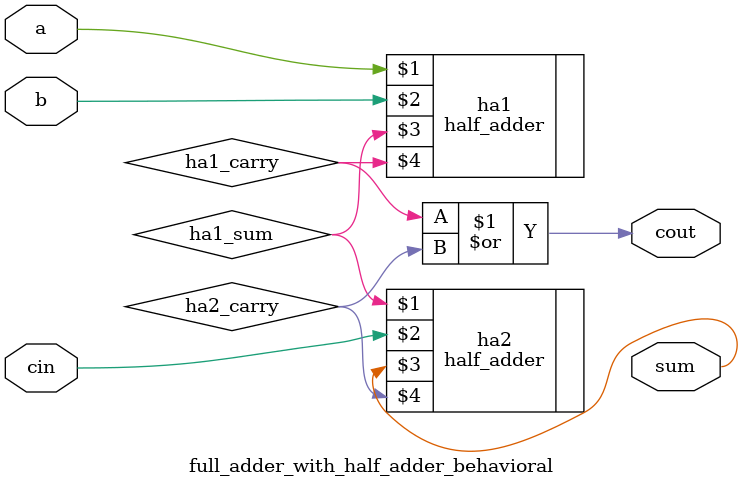
<source format=v>
`timescale 1ns/1ps
module full_adder_with_half_adder_behavioral(
    input wire a, b, cin,
    output wire sum, cout
);

    // Instantiate half adders
    wire ha1_sum, ha1_carry, ha2_carry;
    half_adder ha1(a, b, ha1_sum, ha1_carry);
    half_adder ha2(ha1_sum, cin, sum, ha2_carry);
    
    // Output carry
    assign cout = ha1_carry | ha2_carry;

endmodule

</source>
